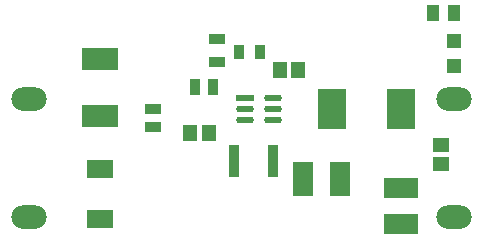
<source format=gbr>
%TF.GenerationSoftware,Altium Limited,Altium Designer,24.7.2 (38)*%
G04 Layer_Color=255*
%FSLAX45Y45*%
%MOMM*%
%TF.SameCoordinates,665F1D1F-C803-44D7-9F74-9D0A5895F251*%
%TF.FilePolarity,Positive*%
%TF.FileFunction,Pads,Top*%
%TF.Part,Single*%
G01*
G75*
%TA.AperFunction,SMDPad,CuDef*%
%ADD10R,1.05814X1.36213*%
%ADD11R,1.20000X1.20000*%
%ADD12O,3.00000X2.00000*%
%TA.AperFunction,ConnectorPad*%
%ADD13R,1.45000X1.30000*%
%TA.AperFunction,SMDPad,CuDef*%
%ADD14R,2.90415X1.70273*%
%ADD15R,2.41300X3.42900*%
%ADD16R,1.30000X1.45000*%
%ADD17R,0.80650X1.30822*%
%ADD18R,1.45000X0.95000*%
%ADD19R,2.18000X1.62000*%
%ADD20R,1.53971X0.56583*%
G04:AMPARAMS|DCode=21|XSize=1.53971mm|YSize=0.56583mm|CornerRadius=0.28292mm|HoleSize=0mm|Usage=FLASHONLY|Rotation=0.000|XOffset=0mm|YOffset=0mm|HoleType=Round|Shape=RoundedRectangle|*
%AMROUNDEDRECTD21*
21,1,1.53971,0.00000,0,0,0.0*
21,1,0.97388,0.56583,0,0,0.0*
1,1,0.56583,0.48694,0.00000*
1,1,0.56583,-0.48694,0.00000*
1,1,0.56583,-0.48694,0.00000*
1,1,0.56583,0.48694,0.00000*
%
%ADD21ROUNDEDRECTD21*%
%ADD22R,0.95000X1.35000*%
%ADD23R,1.35000X0.95000*%
%ADD24R,1.70273X2.90415*%
%ADD25R,0.95312X2.80415*%
%ADD26R,3.14960X1.95580*%
D10*
X11795199Y6227500D02*
D03*
X11619801D02*
D03*
D11*
X11800000Y5785000D02*
D03*
Y5995000D02*
D03*
D12*
Y5500000D02*
D03*
Y4500000D02*
D03*
X8200000D02*
D03*
Y5500000D02*
D03*
D13*
X11687500Y4955000D02*
D03*
Y5115000D02*
D03*
D14*
X11345000Y4752500D02*
D03*
Y4442461D02*
D03*
D15*
X10767300Y5418400D02*
D03*
X11351500D02*
D03*
D16*
X10479000Y5748600D02*
D03*
X10319000D02*
D03*
X9562500Y5215000D02*
D03*
X9722500D02*
D03*
D17*
X10150000Y5900000D02*
D03*
X9979829D02*
D03*
D18*
X9792500Y5815000D02*
D03*
Y6010000D02*
D03*
D19*
X8800000Y4489000D02*
D03*
Y4911000D02*
D03*
D20*
X10023450Y5513400D02*
D03*
D21*
Y5418400D02*
D03*
Y5323400D02*
D03*
X10266550D02*
D03*
Y5418400D02*
D03*
Y5513400D02*
D03*
D22*
X9605000Y5600000D02*
D03*
X9755000D02*
D03*
D23*
X9250000Y5415000D02*
D03*
Y5265000D02*
D03*
D24*
X10830019Y4825000D02*
D03*
X10519980D02*
D03*
D25*
X9932500Y4975000D02*
D03*
X10267500D02*
D03*
D26*
X8800000Y5354890D02*
D03*
Y5845110D02*
D03*
%TF.MD5,3b7e410a77e107af9b00a311f3a98fb4*%
M02*

</source>
